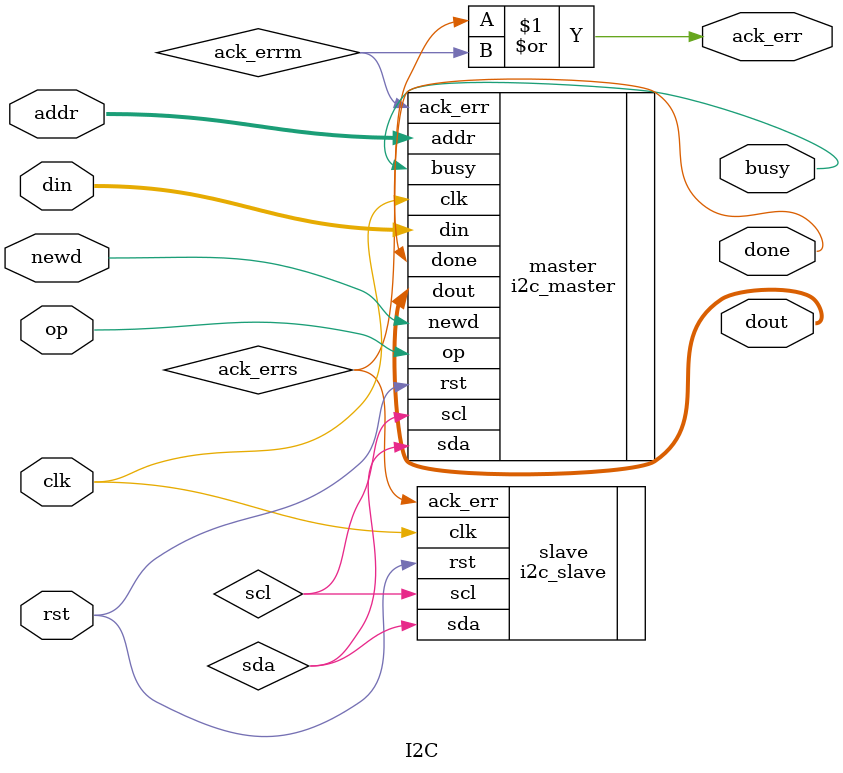
<source format=sv>
`include "i2c_slave.sv"
`include "i2c_master.sv"

module I2C (
    input            clk,
    input            rst,
    input           newd,
    input             op,
    input  [6:0]    addr,
    input  [7:0]     din,
    output [7:0]    dout,
    output          busy,
    output       ack_err,
    output          done
  );

  wire sda, scl;
  wire ack_errm, ack_errs;

  i2c_master master (
               .clk      (clk      ),
               .rst      (rst      ),
               .newd     (newd     ),
               .addr     (addr     ),
               .op       (op       ),
               .sda      (sda      ),
               .scl      (scl      ),
               .din      (din      ),
               .dout     (dout     ),
               .busy     (busy     ),
               .ack_err  (ack_errm ),
               .done     (done     )
             );

  i2c_slave slave (
              .scl      (scl      ),
              .clk      (clk      ),
              .rst      (rst      ),
              .sda      (sda      ),
              .ack_err  (ack_errs )
            );

  assign ack_err = ack_errs | ack_errm;

  initial
  begin
    $dumpfile("waveform_i2c.vcd");
    $dumpvars(1,i2c_top);
  end


endmodule

</source>
